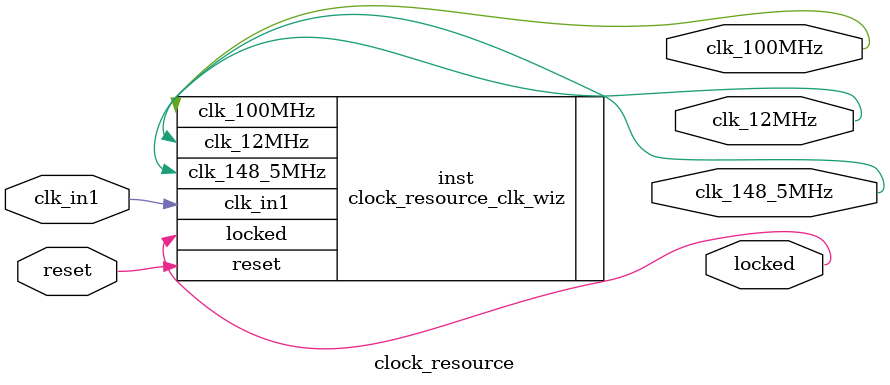
<source format=v>


`timescale 1ps/1ps

(* CORE_GENERATION_INFO = "clock_resource,clk_wiz_v5_4_1_0,{component_name=clock_resource,use_phase_alignment=true,use_min_o_jitter=false,use_max_i_jitter=false,use_dyn_phase_shift=false,use_inclk_switchover=false,use_dyn_reconfig=false,enable_axi=0,feedback_source=FDBK_AUTO,PRIMITIVE=MMCM,num_out_clk=3,clkin1_period=10.000,clkin2_period=10.000,use_power_down=false,use_reset=true,use_locked=true,use_inclk_stopped=false,feedback_type=SINGLE,CLOCK_MGR_TYPE=NA,manual_override=false}" *)

module clock_resource 
 (
  // Clock out ports
  output        clk_12MHz,
  output        clk_148_5MHz,
  output        clk_100MHz,
  // Status and control signals
  input         reset,
  output        locked,
 // Clock in ports
  input         clk_in1
 );

  clock_resource_clk_wiz inst
  (
  // Clock out ports  
  .clk_12MHz(clk_12MHz),
  .clk_148_5MHz(clk_148_5MHz),
  .clk_100MHz(clk_100MHz),
  // Status and control signals               
  .reset(reset), 
  .locked(locked),
 // Clock in ports
  .clk_in1(clk_in1)
  );

endmodule

</source>
